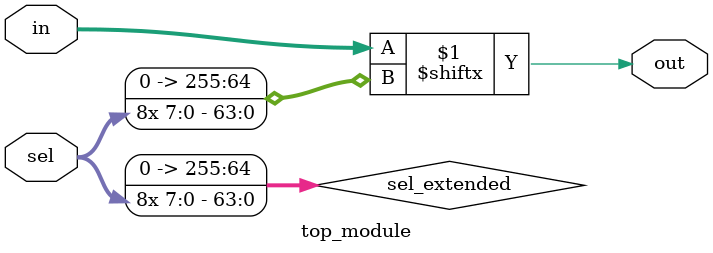
<source format=sv>
module top_module (
	input [255:0] in,
	input [7:0] sel,
	output  out
);

wire [(2 ** 8) - 1:0] sel_extended; // Define a wire for extending the sel input

assign sel_extended = {8{sel}}; // Extend sel input to match the size of in

assign out = in[sel_extended]; // Assign the selected bits from in to out based on sel_extended

endmodule

</source>
